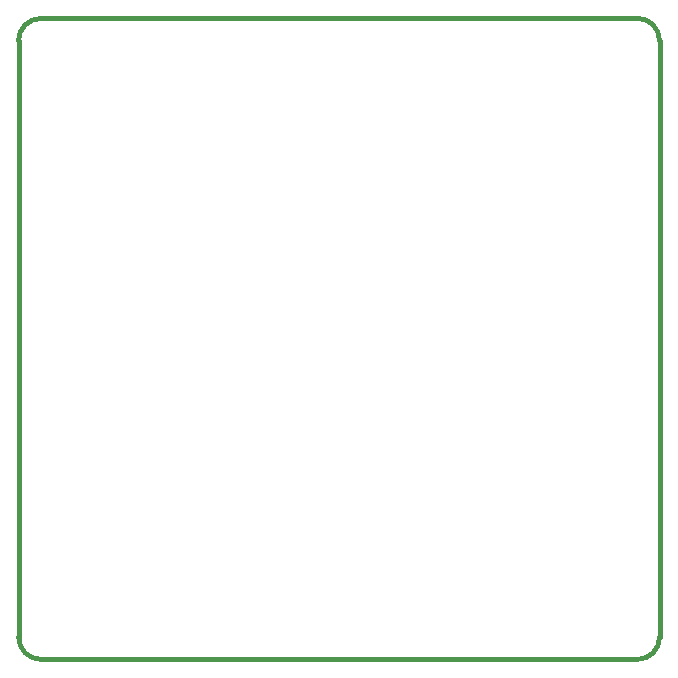
<source format=gko>
%FSLAX34Y34*%
%MOMM*%
%LNOUTLINE*%
G71*
G01*
%ADD10C, 0.40*%
%LPD*%
G54D10*
G75*
G01X523875Y981075D02*
G03X504825Y962025I0J-19050D01*
G01*
G54D10*
G75*
G01X504825Y457298D02*
G03X523875Y438248I19050J0D01*
G01*
G54D10*
X1028700Y438248D02*
X523875Y438248D01*
G54D10*
G75*
G01X1028602Y438248D02*
G03X1047652Y457298I0J19050D01*
G01*
G54D10*
X504825Y457298D02*
X504825Y962123D01*
G54D10*
G75*
G01X1047652Y962123D02*
G03X1028602Y981173I-19050J0D01*
G01*
G54D10*
X523777Y981173D02*
X1028602Y981173D01*
G54D10*
X1047652Y962123D02*
X1047652Y457298D01*
M02*

</source>
